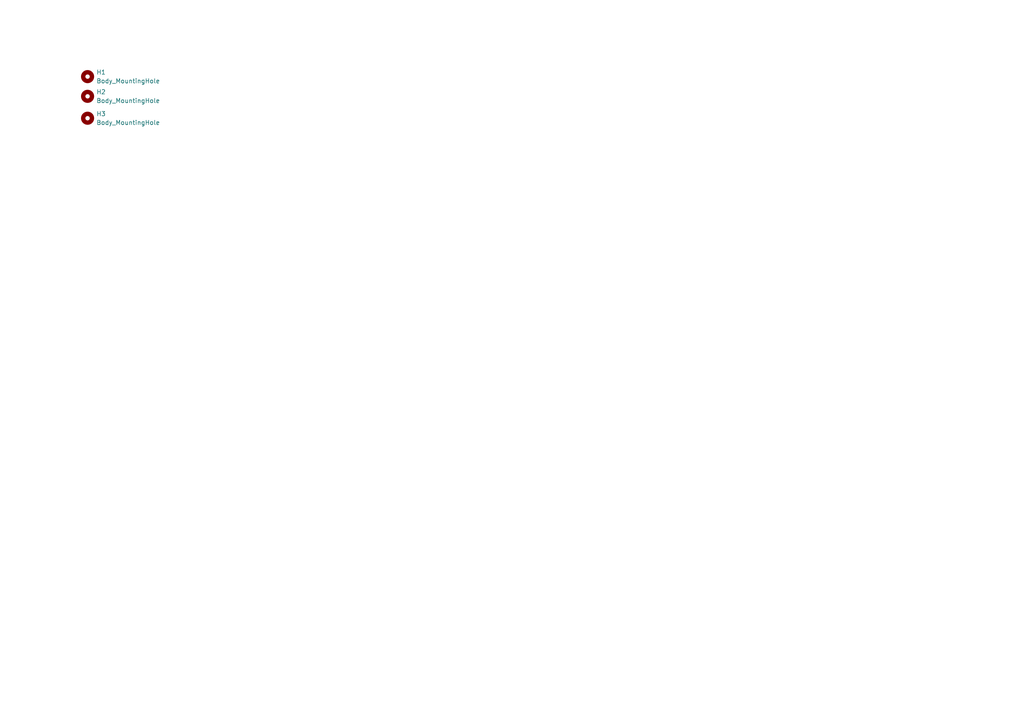
<source format=kicad_sch>
(kicad_sch (version 20231120) (generator "eeschema") (generator_version "8.0")
  (paper "A4")
  (title_block (title "Valiant Turtle 2 - Mounting Holes") (date "2024-09-27") (rev "1_1") (company "https://www.waitingforfriday.com") (comment 1 "(c) 2024 Simon Inns") (comment 2 "License: Attribution-ShareAlike 4.0 International (CC BY-SA 4.0)"))
  (lib_symbols
    (symbol "Mechanical:MountingHole" (pin_names (offset 1.016))
      (property "Reference" "H" (at 0 5.08 0))
      (property "Value" "MountingHole" (at 0 3.175 0))
      (symbol "MountingHole_0_1"
        (circle (center 0 0) (radius 1.27) (stroke (width 1.27)))
      )
    )
  )
  (symbol (lib_id "Mechanical:MountingHole") (at 25.4 27.94 0) (unit 1)
    (property "Reference" "H2" (at 27.94 26.67 0) (effects (justify left)))
    (property "Value" "Body_MountingHole" (at 27.94 29.21 0) (effects (justify left)))
    (property "Footprint" "MountingHole:MountingHole_3.2mm_M3" (effects (hide yes)))
  )
  (symbol (lib_id "Mechanical:MountingHole") (at 25.4 34.29 0) (unit 1)
    (property "Reference" "H3" (at 27.94 33.02 0) (effects (justify left)))
    (property "Value" "Body_MountingHole" (at 27.94 35.56 0) (effects (justify left)))
    (property "Footprint" "MountingHole:MountingHole_3.2mm_M3" (effects (hide yes)))
  )
  (symbol (lib_id "Mechanical:MountingHole") (at 25.4 22.225 0) (unit 1)
    (property "Reference" "H1" (at 27.94 20.955 0) (effects (justify left)))
    (property "Value" "Body_MountingHole" (at 27.94 23.495 0) (effects (justify left)))
    (property "Footprint" "MountingHole:MountingHole_3.2mm_M3" (effects (hide yes)))
  )
)
</source>
